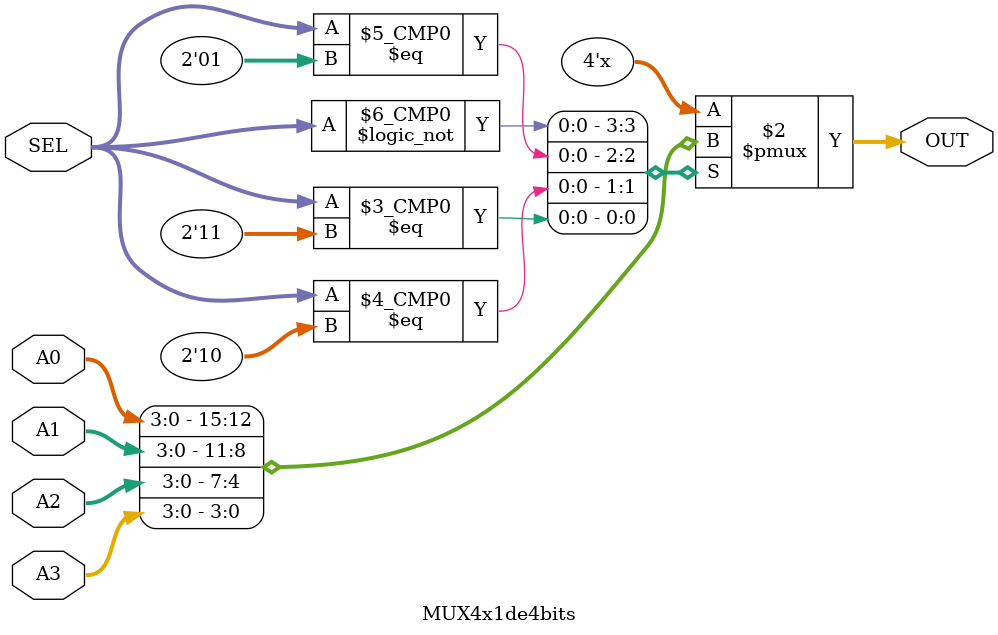
<source format=v>
`timescale 1ns / 1ps
module MUX4x1de4bits(A0,A1,A2,A3,SEL,OUT);
	input [3:0] A0,A1,A2,A3;
	input [1:0] SEL;
	output reg [3:0] OUT;
	
	always @(A0 or A1 or A2 or A3 or SEL)
		case (SEL)
			2'b00: OUT=A0;
			2'b01: OUT=A1;
			2'b10: OUT=A2;
			2'b11: OUT=A3;
		endcase

endmodule

</source>
